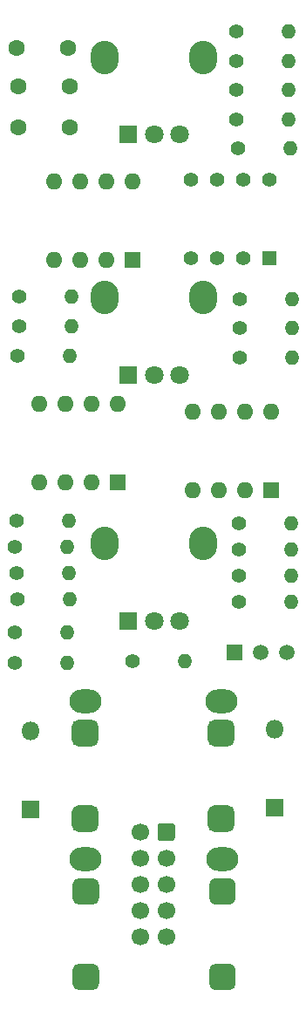
<source format=gbr>
G04 #@! TF.GenerationSoftware,KiCad,Pcbnew,(5.1.10-1-10_14)*
G04 #@! TF.CreationDate,2021-09-13T20:12:19+02:00*
G04 #@! TF.ProjectId,Ring_fold_main,52696e67-5f66-46f6-9c64-5f6d61696e2e,rev?*
G04 #@! TF.SameCoordinates,Original*
G04 #@! TF.FileFunction,Soldermask,Bot*
G04 #@! TF.FilePolarity,Negative*
%FSLAX46Y46*%
G04 Gerber Fmt 4.6, Leading zero omitted, Abs format (unit mm)*
G04 Created by KiCad (PCBNEW (5.1.10-1-10_14)) date 2021-09-13 20:12:19*
%MOMM*%
%LPD*%
G01*
G04 APERTURE LIST*
%ADD10O,1.400000X1.400000*%
%ADD11C,1.400000*%
%ADD12O,1.800000X1.800000*%
%ADD13R,1.800000X1.800000*%
%ADD14R,1.500000X1.500000*%
%ADD15C,1.500000*%
%ADD16O,1.600000X1.600000*%
%ADD17R,1.600000X1.600000*%
%ADD18O,2.720000X3.240000*%
%ADD19C,1.800000*%
%ADD20O,3.100000X2.300000*%
%ADD21C,1.700000*%
%ADD22C,1.397000*%
%ADD23R,1.397000X1.397000*%
%ADD24C,1.600000*%
G04 APERTURE END LIST*
D10*
X85725000Y-112141000D03*
D11*
X80645000Y-112141000D03*
D10*
X107188000Y-112422000D03*
D11*
X102108000Y-112422000D03*
D10*
X85471000Y-118300000D03*
D11*
X80391000Y-118300000D03*
D10*
X106934000Y-65547900D03*
D11*
X101854000Y-65547900D03*
D10*
X107124000Y-68389500D03*
D11*
X102044000Y-68389500D03*
D10*
X85471000Y-115380000D03*
D11*
X80391000Y-115380000D03*
D10*
X96901000Y-118174000D03*
D11*
X91821000Y-118174000D03*
D10*
X85598000Y-104494000D03*
D11*
X80518000Y-104494000D03*
D10*
X85598000Y-109592000D03*
D11*
X80518000Y-109592000D03*
D10*
X85852000Y-82804000D03*
D11*
X80772000Y-82804000D03*
D10*
X85725000Y-88519000D03*
D11*
X80645000Y-88519000D03*
D10*
X107252000Y-82994500D03*
D11*
X102172000Y-82994500D03*
D10*
X106934000Y-62706200D03*
D11*
X101854000Y-62706200D03*
D10*
X107188000Y-107324000D03*
D11*
X102108000Y-107324000D03*
D10*
X106934000Y-59864600D03*
D11*
X101854000Y-59864600D03*
D10*
X85407500Y-107043000D03*
D11*
X80327500Y-107043000D03*
D10*
X107188000Y-104775000D03*
D11*
X102108000Y-104775000D03*
D10*
X107252000Y-85852000D03*
D11*
X102172000Y-85852000D03*
D10*
X106934000Y-57023000D03*
D11*
X101854000Y-57023000D03*
D10*
X107188000Y-109873000D03*
D11*
X102108000Y-109873000D03*
D10*
X85852000Y-85661500D03*
D11*
X80772000Y-85661500D03*
D10*
X107252000Y-88709500D03*
D11*
X102172000Y-88709500D03*
D12*
X105600000Y-124778000D03*
D13*
X105600000Y-132398000D03*
D12*
X81851500Y-124968000D03*
D13*
X81851500Y-132588000D03*
D14*
X101664000Y-117284000D03*
D15*
X106744000Y-117284000D03*
X104204000Y-117284000D03*
D16*
X105283000Y-93916000D03*
X97663000Y-101536000D03*
X102743000Y-93916000D03*
X100203000Y-101536000D03*
X100203000Y-93916000D03*
X102743000Y-101536000D03*
X97663000Y-93916000D03*
D17*
X105283000Y-101536000D03*
D16*
X90360500Y-93218000D03*
X82740500Y-100838000D03*
X87820500Y-93218000D03*
X85280500Y-100838000D03*
X85280500Y-93218000D03*
X87820500Y-100838000D03*
X82740500Y-93218000D03*
D17*
X90360500Y-100838000D03*
D16*
X91757500Y-71628000D03*
X84137500Y-79248000D03*
X89217500Y-71628000D03*
X86677500Y-79248000D03*
X86677500Y-71628000D03*
X89217500Y-79248000D03*
X84137500Y-71628000D03*
D17*
X91757500Y-79248000D03*
D18*
X89076500Y-59556000D03*
X98676500Y-59556000D03*
D19*
X96376500Y-67056000D03*
X93876500Y-67056000D03*
D13*
X91376500Y-67056000D03*
D18*
X89076500Y-82860500D03*
X98676500Y-82860500D03*
D19*
X96376500Y-90360500D03*
X93876500Y-90360500D03*
D13*
X91376500Y-90360500D03*
D18*
X89076500Y-106736000D03*
X98676500Y-106736000D03*
D19*
X96376500Y-114236000D03*
X93876500Y-114236000D03*
D13*
X91376500Y-114236000D03*
G36*
G01*
X101820000Y-148161000D02*
X101820000Y-149461000D01*
G75*
G02*
X101170000Y-150111000I-650000J0D01*
G01*
X99870000Y-150111000D01*
G75*
G02*
X99220000Y-149461000I0J650000D01*
G01*
X99220000Y-148161000D01*
G75*
G02*
X99870000Y-147511000I650000J0D01*
G01*
X101170000Y-147511000D01*
G75*
G02*
X101820000Y-148161000I0J-650000D01*
G01*
G37*
D20*
X100520000Y-137411000D03*
G36*
G01*
X101820000Y-139861000D02*
X101820000Y-141161000D01*
G75*
G02*
X101170000Y-141811000I-650000J0D01*
G01*
X99870000Y-141811000D01*
G75*
G02*
X99220000Y-141161000I0J650000D01*
G01*
X99220000Y-139861000D01*
G75*
G02*
X99870000Y-139211000I650000J0D01*
G01*
X101170000Y-139211000D01*
G75*
G02*
X101820000Y-139861000I0J-650000D01*
G01*
G37*
G36*
G01*
X101694000Y-132794000D02*
X101694000Y-134094000D01*
G75*
G02*
X101044000Y-134744000I-650000J0D01*
G01*
X99744000Y-134744000D01*
G75*
G02*
X99094000Y-134094000I0J650000D01*
G01*
X99094000Y-132794000D01*
G75*
G02*
X99744000Y-132144000I650000J0D01*
G01*
X101044000Y-132144000D01*
G75*
G02*
X101694000Y-132794000I0J-650000D01*
G01*
G37*
X100394000Y-122044000D03*
G36*
G01*
X101694000Y-124494000D02*
X101694000Y-125794000D01*
G75*
G02*
X101044000Y-126444000I-650000J0D01*
G01*
X99744000Y-126444000D01*
G75*
G02*
X99094000Y-125794000I0J650000D01*
G01*
X99094000Y-124494000D01*
G75*
G02*
X99744000Y-123844000I650000J0D01*
G01*
X101044000Y-123844000D01*
G75*
G02*
X101694000Y-124494000I0J-650000D01*
G01*
G37*
D21*
X92519500Y-144907000D03*
X92519500Y-142367000D03*
X92519500Y-139827000D03*
X92519500Y-137287000D03*
X92519500Y-134747000D03*
X95059500Y-144907000D03*
X95059500Y-142367000D03*
X95059500Y-139827000D03*
X95059500Y-137287000D03*
G36*
G01*
X95909500Y-134147000D02*
X95909500Y-135347000D01*
G75*
G02*
X95659500Y-135597000I-250000J0D01*
G01*
X94459500Y-135597000D01*
G75*
G02*
X94209500Y-135347000I0J250000D01*
G01*
X94209500Y-134147000D01*
G75*
G02*
X94459500Y-133897000I250000J0D01*
G01*
X95659500Y-133897000D01*
G75*
G02*
X95909500Y-134147000I0J-250000D01*
G01*
G37*
G36*
G01*
X88549000Y-148161000D02*
X88549000Y-149461000D01*
G75*
G02*
X87899000Y-150111000I-650000J0D01*
G01*
X86599000Y-150111000D01*
G75*
G02*
X85949000Y-149461000I0J650000D01*
G01*
X85949000Y-148161000D01*
G75*
G02*
X86599000Y-147511000I650000J0D01*
G01*
X87899000Y-147511000D01*
G75*
G02*
X88549000Y-148161000I0J-650000D01*
G01*
G37*
D20*
X87249000Y-137411000D03*
G36*
G01*
X88549000Y-139861000D02*
X88549000Y-141161000D01*
G75*
G02*
X87899000Y-141811000I-650000J0D01*
G01*
X86599000Y-141811000D01*
G75*
G02*
X85949000Y-141161000I0J650000D01*
G01*
X85949000Y-139861000D01*
G75*
G02*
X86599000Y-139211000I650000J0D01*
G01*
X87899000Y-139211000D01*
G75*
G02*
X88549000Y-139861000I0J-650000D01*
G01*
G37*
D22*
X105092000Y-71437500D03*
X102552000Y-71437500D03*
X100012000Y-71437500D03*
X97472000Y-71437500D03*
X97472000Y-79057500D03*
X100012000Y-79057500D03*
X102552000Y-79057500D03*
D23*
X105092000Y-79057500D03*
G36*
G01*
X88485500Y-132794000D02*
X88485500Y-134094000D01*
G75*
G02*
X87835500Y-134744000I-650000J0D01*
G01*
X86535500Y-134744000D01*
G75*
G02*
X85885500Y-134094000I0J650000D01*
G01*
X85885500Y-132794000D01*
G75*
G02*
X86535500Y-132144000I650000J0D01*
G01*
X87835500Y-132144000D01*
G75*
G02*
X88485500Y-132794000I0J-650000D01*
G01*
G37*
D20*
X87185500Y-122044000D03*
G36*
G01*
X88485500Y-124494000D02*
X88485500Y-125794000D01*
G75*
G02*
X87835500Y-126444000I-650000J0D01*
G01*
X86535500Y-126444000D01*
G75*
G02*
X85885500Y-125794000I0J650000D01*
G01*
X85885500Y-124494000D01*
G75*
G02*
X86535500Y-123844000I650000J0D01*
G01*
X87835500Y-123844000D01*
G75*
G02*
X88485500Y-124494000I0J-650000D01*
G01*
G37*
D24*
X85678500Y-66371500D03*
X80678500Y-66371500D03*
X85678500Y-62321500D03*
X80678500Y-62321500D03*
X85518000Y-58610500D03*
X80518000Y-58610500D03*
M02*

</source>
